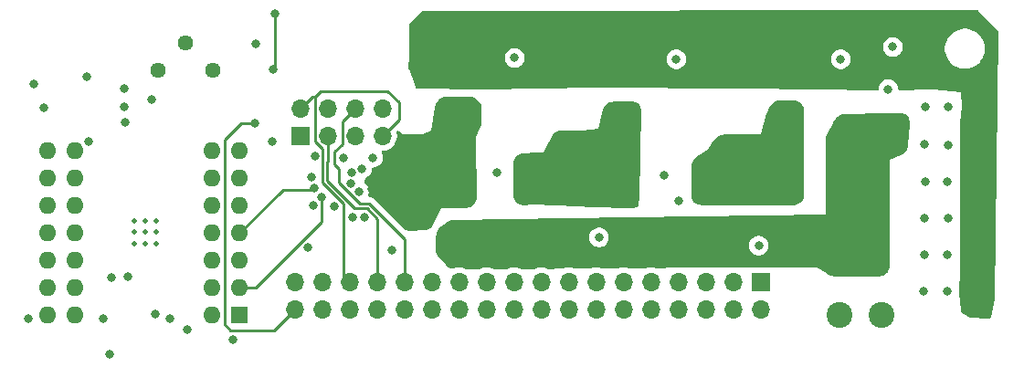
<source format=gbr>
%TF.GenerationSoftware,KiCad,Pcbnew,9.0.1*%
%TF.CreationDate,2025-10-19T14:59:18+02:00*%
%TF.ProjectId,MP6532_board_28-QFN,4d503635-3332-45f6-926f-6172645f3238,rev?*%
%TF.SameCoordinates,Original*%
%TF.FileFunction,Copper,L3,Inr*%
%TF.FilePolarity,Positive*%
%FSLAX46Y46*%
G04 Gerber Fmt 4.6, Leading zero omitted, Abs format (unit mm)*
G04 Created by KiCad (PCBNEW 9.0.1) date 2025-10-19 14:59:18*
%MOMM*%
%LPD*%
G01*
G04 APERTURE LIST*
%TA.AperFunction,ComponentPad*%
%ADD10C,2.400000*%
%TD*%
%TA.AperFunction,ComponentPad*%
%ADD11C,1.440000*%
%TD*%
%TA.AperFunction,ComponentPad*%
%ADD12C,0.500000*%
%TD*%
%TA.AperFunction,ComponentPad*%
%ADD13R,1.700000X1.700000*%
%TD*%
%TA.AperFunction,ComponentPad*%
%ADD14O,1.700000X1.700000*%
%TD*%
%TA.AperFunction,ComponentPad*%
%ADD15R,1.600000X1.600000*%
%TD*%
%TA.AperFunction,ComponentPad*%
%ADD16O,1.600000X1.600000*%
%TD*%
%TA.AperFunction,ViaPad*%
%ADD17C,0.800000*%
%TD*%
%TA.AperFunction,Conductor*%
%ADD18C,0.250000*%
%TD*%
G04 APERTURE END LIST*
D10*
%TO.N,LSS*%
%TO.C,H2*%
X117860000Y-54560000D03*
%TD*%
D11*
%TO.N,GND*%
%TO.C,RV1*%
X55499000Y-48387000D03*
%TO.N,/OCREF*%
X52959000Y-45847000D03*
%TO.N,Net-(R7-Pad1)*%
X50419000Y-48387000D03*
%TD*%
D12*
%TO.N,GND*%
%TO.C,U1*%
X50250000Y-63400000D03*
X49200000Y-63400000D03*
X49200000Y-64450000D03*
X50250000Y-64450000D03*
X49200000Y-62350000D03*
X48150000Y-64450000D03*
X50250000Y-62350000D03*
X48150000Y-63400000D03*
X48150000Y-62350000D03*
%TD*%
D10*
%TO.N,GND*%
%TO.C,H5*%
X113538000Y-71125000D03*
%TD*%
D13*
%TO.N,/HA*%
%TO.C,J1*%
X63560000Y-54500000D03*
D14*
%TO.N,HAIN*%
X63560000Y-51960000D03*
%TO.N,HBIN*%
X66100000Y-54500000D03*
%TO.N,/HB*%
X66100000Y-51960000D03*
%TO.N,/HC*%
X68640000Y-54500000D03*
%TO.N,HCIN*%
X68640000Y-51960000D03*
%TO.N,HAIN*%
X71180000Y-54500000D03*
%TO.N,/HA*%
X71180000Y-51960000D03*
%TD*%
D15*
%TO.N,/VREG*%
%TO.C,U2*%
X57912000Y-71120000D03*
D16*
%TO.N,/BSTA*%
X55372000Y-71120000D03*
%TO.N,HAS*%
X57912000Y-68580000D03*
%TO.N,/GHA*%
X55372000Y-68580000D03*
%TO.N,/GLA*%
X57912000Y-66040000D03*
%TO.N,/BSTB*%
X55372000Y-66040000D03*
%TO.N,HBS*%
X57912000Y-63500000D03*
%TO.N,/GHB*%
X55372000Y-63500000D03*
%TO.N,/GLB*%
X57912000Y-60960000D03*
%TO.N,/BSTC*%
X55372000Y-60960000D03*
%TO.N,HCS*%
X57912000Y-58420000D03*
%TO.N,/GHC*%
X55372000Y-58420000D03*
%TO.N,/GLC*%
X57912000Y-55880000D03*
%TO.N,LSS*%
X55372000Y-55880000D03*
%TO.N,Net-(C9-Pad1)*%
X42672000Y-55880000D03*
%TO.N,Net-(C8-Pad1)*%
X40132000Y-55880000D03*
%TO.N,Net-(C7-Pad1)*%
X42672000Y-58420000D03*
%TO.N,/nBRAKE*%
X40132000Y-58420000D03*
%TO.N,/PWM*%
X42672000Y-60960000D03*
%TO.N,/DIR*%
X40132000Y-60960000D03*
%TO.N,/nFAULT*%
X42672000Y-63500000D03*
%TO.N,/nSLEEP*%
X40132000Y-63500000D03*
%TO.N,/OCREF*%
X42672000Y-66040000D03*
%TO.N,/DT*%
X40132000Y-66040000D03*
%TO.N,GND*%
X42672000Y-68580000D03*
%TO.N,VIN*%
X40132000Y-68580000D03*
%TO.N,/CPA*%
X42672000Y-71120000D03*
%TO.N,/CPB*%
X40132000Y-71120000D03*
%TD*%
D10*
%TO.N,LSS*%
%TO.C,H1*%
X113970000Y-54570000D03*
%TD*%
D13*
%TO.N,GND*%
%TO.C,J2*%
X106235000Y-68030000D03*
D14*
X106235000Y-70570000D03*
X103695000Y-68030000D03*
X103695000Y-70570000D03*
%TO.N,Net-(J2-Pad5)*%
X101155000Y-68030000D03*
%TO.N,GND*%
X101155000Y-70570000D03*
%TO.N,HCS*%
X98615000Y-68030000D03*
X98615000Y-70570000D03*
X96075000Y-68030000D03*
X96075000Y-70570000D03*
%TO.N,HBS*%
X93535000Y-68030000D03*
X93535000Y-70570000D03*
X90995000Y-68030000D03*
X90995000Y-70570000D03*
%TO.N,VIN*%
X88455000Y-68030000D03*
X88455000Y-70570000D03*
X85915000Y-68030000D03*
X85915000Y-70570000D03*
X83375000Y-68030000D03*
X83375000Y-70570000D03*
%TO.N,HAS*%
X80835000Y-68030000D03*
X80835000Y-70570000D03*
X78295000Y-68030000D03*
X78295000Y-70570000D03*
%TO.N,GND*%
X75755000Y-68030000D03*
X75755000Y-70570000D03*
%TO.N,HCIN*%
X73215000Y-68030000D03*
%TO.N,Net-(J2-Pad28)*%
X73215000Y-70570000D03*
%TO.N,HBIN*%
X70675000Y-68030000D03*
%TO.N,/nFAULT*%
X70675000Y-70570000D03*
%TO.N,HAIN*%
X68135000Y-68030000D03*
%TO.N,/PWM*%
X68135000Y-70570000D03*
%TO.N,Net-(J2-Pad33)*%
X65595000Y-68030000D03*
%TO.N,Net-(J2-Pad34)*%
X65595000Y-70570000D03*
%TO.N,5V*%
X63055000Y-68030000D03*
X63055000Y-70570000D03*
%TD*%
D10*
%TO.N,GND*%
%TO.C,H6*%
X117478000Y-71125000D03*
%TD*%
D17*
%TO.N,HAS*%
X77547989Y-52147989D03*
X72710000Y-61410000D03*
X71460000Y-58980000D03*
X75008680Y-55958680D03*
X77470000Y-57150000D03*
X76200000Y-59690000D03*
X65533884Y-60203063D03*
X74930000Y-59690000D03*
X78740000Y-58420000D03*
X74930000Y-58420000D03*
X77470000Y-59690000D03*
X76200000Y-57150000D03*
X78740000Y-59690000D03*
X70178176Y-59382112D03*
X78740000Y-57150000D03*
X77470000Y-58420000D03*
X77470000Y-55880000D03*
X76200000Y-55880000D03*
X72690000Y-58340000D03*
X74340000Y-62110000D03*
X77470000Y-53340000D03*
X71190000Y-60430000D03*
X72390000Y-59690000D03*
X76200000Y-58420000D03*
X78740000Y-55880000D03*
X74930000Y-57150000D03*
%TO.N,GND*%
X121390000Y-62090000D03*
X121440000Y-55290000D03*
X50100394Y-71024992D03*
X72070000Y-65040000D03*
X121420000Y-65510000D03*
X39780000Y-51830000D03*
X121330000Y-68900000D03*
X43770000Y-49000000D03*
X64285000Y-64860002D03*
X121470000Y-58700000D03*
X123530000Y-68900000D03*
X45900000Y-74700000D03*
X123590000Y-51820000D03*
X123530000Y-65480000D03*
X123570000Y-58700000D03*
X123620000Y-62150000D03*
X123610000Y-55320000D03*
X121470000Y-51750000D03*
X53100000Y-72400000D03*
%TO.N,LSS*%
X115600000Y-60000000D03*
X109460000Y-65260000D03*
X94550000Y-63960000D03*
X115500000Y-57200000D03*
X79355000Y-64755000D03*
X113660000Y-66080000D03*
X115500000Y-65700000D03*
X114500000Y-61100000D03*
X114400000Y-63400000D03*
X113300000Y-57000000D03*
X94580000Y-64980000D03*
X114500000Y-58700000D03*
X115600000Y-62300000D03*
X79370000Y-63660000D03*
X115600000Y-64500000D03*
X112180000Y-66120000D03*
X109460000Y-64240000D03*
%TO.N,VIN*%
X97790000Y-44450000D03*
X92710000Y-48260000D03*
X109220000Y-48260000D03*
X106680000Y-44450000D03*
X126850000Y-63080000D03*
X120200000Y-49200000D03*
X91440000Y-45720000D03*
X76200000Y-46990000D03*
X91440000Y-48260000D03*
X93980000Y-44450000D03*
X77470000Y-48260000D03*
X93980000Y-48260000D03*
X114300000Y-44450000D03*
X78740000Y-44450000D03*
X90170000Y-45720000D03*
X126850000Y-54690000D03*
X107950000Y-45720000D03*
X126850000Y-66520000D03*
X93980000Y-45720000D03*
X106680000Y-45720000D03*
X122030000Y-44160000D03*
X123680000Y-49530000D03*
X126380000Y-49720000D03*
X90170000Y-48260000D03*
X122570000Y-49200000D03*
X86360000Y-44450000D03*
X121460000Y-45810000D03*
X90170000Y-46990000D03*
X121390000Y-49200000D03*
X74930000Y-44450000D03*
X74930000Y-45720000D03*
X78740000Y-45720000D03*
X82550000Y-44450000D03*
X107950000Y-44450000D03*
X111760000Y-44450000D03*
X126820000Y-59580000D03*
X91440000Y-46990000D03*
X74930000Y-48260000D03*
X76200000Y-48260000D03*
X109220000Y-46990000D03*
X74930000Y-46990000D03*
X113030000Y-44450000D03*
X125030000Y-49770000D03*
X105410000Y-44450000D03*
X93980000Y-46990000D03*
X101600000Y-44450000D03*
X78740000Y-46990000D03*
X77470000Y-46990000D03*
X126820000Y-55990000D03*
X126850000Y-69730000D03*
X126790000Y-58010000D03*
X126790000Y-52840000D03*
X126790000Y-61490000D03*
X99060000Y-44450000D03*
X91440000Y-44450000D03*
X83820000Y-44450000D03*
X85090000Y-44450000D03*
X121480000Y-47350000D03*
X105410000Y-48260000D03*
X92710000Y-44450000D03*
X105410000Y-46990000D03*
X92710000Y-46990000D03*
X78740000Y-48260000D03*
X100330000Y-44450000D03*
X106680000Y-48260000D03*
X126850000Y-51530000D03*
X109220000Y-44450000D03*
X77470000Y-45720000D03*
X105410000Y-45720000D03*
X126850000Y-68200000D03*
X106680000Y-46990000D03*
X92710000Y-45720000D03*
X109220000Y-45720000D03*
X77470000Y-44450000D03*
X76200000Y-44450000D03*
X90170000Y-44450000D03*
X107950000Y-46990000D03*
X76200000Y-45720000D03*
X115570000Y-44450000D03*
X107950000Y-48260000D03*
X126820000Y-64900000D03*
%TO.N,Net-(C4-Pad2)*%
X91260000Y-63890000D03*
X98620000Y-60490000D03*
%TO.N,HBS*%
X93980000Y-59690000D03*
X91440000Y-59690000D03*
X91440000Y-55880000D03*
X64840000Y-59340000D03*
X92710000Y-59690000D03*
X93980000Y-58420000D03*
X69024174Y-59614559D03*
X92710000Y-58420000D03*
X93980000Y-55880000D03*
X93980000Y-57150000D03*
X91440000Y-58420000D03*
X90170000Y-57150000D03*
X90170000Y-59690000D03*
X92710000Y-55880000D03*
X92710000Y-53984500D03*
X92710000Y-57150000D03*
X92710000Y-52070000D03*
X90170000Y-58420000D03*
X90170000Y-55880000D03*
X91440000Y-57150000D03*
%TO.N,HCS*%
X101600000Y-59690000D03*
X105410000Y-57150000D03*
X106680000Y-57150000D03*
X101600000Y-58420000D03*
X105410000Y-55880000D03*
X109220000Y-58420000D03*
X109220000Y-55880000D03*
X68291799Y-58934388D03*
X107950000Y-53340000D03*
X102870000Y-59690000D03*
X105410000Y-59690000D03*
X107950000Y-57150000D03*
X101600000Y-57150000D03*
X109220000Y-59690000D03*
X109220000Y-57150000D03*
X106680000Y-58420000D03*
X107950000Y-52070000D03*
X107950000Y-55880000D03*
X102870000Y-55880000D03*
X102870000Y-58420000D03*
X106680000Y-59690000D03*
X107950000Y-59690000D03*
X107950000Y-58420000D03*
X106680000Y-55880000D03*
X102870000Y-57150000D03*
X64600000Y-58300000D03*
X105410000Y-58420000D03*
%TO.N,Net-(C6-Pad2)*%
X118067500Y-50150000D03*
X106060000Y-64660000D03*
%TO.N,Net-(D7-Pad2)*%
X61260000Y-43120000D03*
X61025000Y-48315000D03*
%TO.N,/GHA*%
X83439000Y-47244000D03*
%TO.N,/GLA*%
X69520000Y-62010500D03*
X81788000Y-57912000D03*
X66757477Y-61028667D03*
%TO.N,/GHB*%
X98425000Y-47371000D03*
X67573089Y-56554500D03*
X70300000Y-56500000D03*
%TO.N,/GLB*%
X64780000Y-60960000D03*
X68460000Y-62010500D03*
X97282000Y-58166000D03*
%TO.N,/GHC*%
X113665000Y-47371000D03*
X64919001Y-56378586D03*
X69301665Y-57499855D03*
%TO.N,/GLC*%
X68325214Y-57876374D03*
X60970000Y-54980000D03*
X118491000Y-46228000D03*
%TO.N,/HA*%
X47310000Y-53260000D03*
%TO.N,/HB*%
X47260000Y-50080000D03*
%TO.N,/HC*%
X47280000Y-51750000D03*
X49780000Y-51140000D03*
%TO.N,/nBRAKE*%
X46100000Y-67600000D03*
%TO.N,/DIR*%
X57300000Y-73400000D03*
%TO.N,/nFAULT*%
X59410000Y-45980000D03*
X38867700Y-49677700D03*
%TO.N,/nSLEEP*%
X47600000Y-67500000D03*
X51500000Y-71400000D03*
%TO.N,/DT*%
X38400000Y-71440000D03*
%TO.N,5V*%
X59370000Y-53310000D03*
%TO.N,Net-(C7-Pad1)*%
X43940000Y-55020000D03*
%TO.N,Net-(J2-Pad33)*%
X45300000Y-71400000D03*
%TD*%
D18*
%TO.N,HAS*%
X57912000Y-68580000D02*
X59420000Y-68580000D01*
X59420000Y-68580000D02*
X65533884Y-62466116D01*
X65533884Y-62466116D02*
X65533884Y-60203063D01*
%TO.N,HBS*%
X64720000Y-59460000D02*
X64840000Y-59340000D01*
X57912000Y-63500000D02*
X61952000Y-59460000D01*
X61952000Y-59460000D02*
X64720000Y-59460000D01*
%TO.N,HAIN*%
X65600000Y-56722185D02*
X65643501Y-56678684D01*
X64695000Y-50825000D02*
X64925000Y-50825000D01*
X64925000Y-54986701D02*
X64925000Y-50825000D01*
X65600000Y-56034987D02*
X65600000Y-55661701D01*
X65450000Y-50300000D02*
X71600000Y-50300000D01*
X72700000Y-51400000D02*
X72700000Y-52980000D01*
X67537457Y-60782019D02*
X65600000Y-58844562D01*
X63560000Y-51960000D02*
X64695000Y-50825000D01*
X68135000Y-68030000D02*
X67835081Y-68030000D01*
X64925000Y-50825000D02*
X65450000Y-50300000D01*
X67835081Y-68030000D02*
X67537457Y-67732376D01*
X65600000Y-55661701D02*
X64925000Y-54986701D01*
X67537457Y-67732376D02*
X67537457Y-60782019D01*
X65643501Y-56078488D02*
X65600000Y-56034987D01*
X65643501Y-56678684D02*
X65643501Y-56078488D01*
X71600000Y-50300000D02*
X72700000Y-51400000D01*
X72700000Y-52980000D02*
X71180000Y-54500000D01*
X65600000Y-58844562D02*
X65600000Y-56722185D01*
%TO.N,HBIN*%
X68610050Y-61218922D02*
X66049501Y-58658373D01*
X70675000Y-68030000D02*
X70739000Y-67966000D01*
X70739000Y-62199000D02*
X69758922Y-61218922D01*
X69758922Y-61218922D02*
X68610050Y-61218922D01*
X66100000Y-56824621D02*
X66100000Y-54500000D01*
X66049501Y-56875120D02*
X66100000Y-56824621D01*
X66049501Y-58658373D02*
X66049501Y-56875120D01*
X70739000Y-67966000D02*
X70739000Y-62199000D01*
%TO.N,HCIN*%
X67162702Y-58842702D02*
X69089421Y-60769421D01*
X73215000Y-64039310D02*
X73215000Y-68030000D01*
X67465000Y-53135000D02*
X67465000Y-55235000D01*
X66738007Y-57083501D02*
X67162702Y-57508196D01*
X69945111Y-60769421D02*
X73215000Y-64039310D01*
X67465000Y-55235000D02*
X66738007Y-55961993D01*
X66738007Y-55961993D02*
X66738007Y-57083501D01*
X68640000Y-51960000D02*
X67465000Y-53135000D01*
X67162702Y-57508196D02*
X67162702Y-58842702D01*
X69089421Y-60769421D02*
X69945111Y-60769421D01*
%TO.N,Net-(D7-Pad2)*%
X61260000Y-48080000D02*
X61025000Y-48315000D01*
X61260000Y-43120000D02*
X61260000Y-48080000D01*
%TO.N,5V*%
X56555000Y-71965000D02*
X57090000Y-72500000D01*
X56555000Y-54845000D02*
X56555000Y-71965000D01*
X57090000Y-72500000D02*
X61125000Y-72500000D01*
X59370000Y-53310000D02*
X58090000Y-53310000D01*
X61125000Y-72500000D02*
X63055000Y-70570000D01*
X58090000Y-53310000D02*
X56555000Y-54845000D01*
%TD*%
%TA.AperFunction,Conductor*%
%TO.N,LSS*%
G36*
X119173329Y-52366500D02*
G01*
X119362676Y-52381113D01*
X119388657Y-52385897D01*
X119570802Y-52439704D01*
X119583268Y-52444111D01*
X119662606Y-52476940D01*
X119676945Y-52483970D01*
X119780021Y-52542892D01*
X119805490Y-52562105D01*
X119884675Y-52639387D01*
X119904503Y-52664385D01*
X119961731Y-52759074D01*
X119974646Y-52788255D01*
X120008558Y-52902027D01*
X120012143Y-52917605D01*
X120050929Y-53153839D01*
X120051888Y-53160934D01*
X120062758Y-53263193D01*
X120063460Y-53277486D01*
X120062665Y-53380299D01*
X120062407Y-53387452D01*
X119938505Y-55304298D01*
X119936925Y-55317636D01*
X119904105Y-55507478D01*
X119896749Y-55533272D01*
X119827024Y-55705599D01*
X119814374Y-55729251D01*
X119709751Y-55882918D01*
X119692382Y-55903357D01*
X119557601Y-56031400D01*
X119536298Y-56047699D01*
X119371698Y-56147820D01*
X119359869Y-56154178D01*
X118200000Y-56699999D01*
X118200000Y-66493812D01*
X118199393Y-66506163D01*
X118182001Y-66682738D01*
X118177183Y-66706962D01*
X118127482Y-66870808D01*
X118118029Y-66893629D01*
X118037318Y-67044627D01*
X118023595Y-67065165D01*
X117914979Y-67197514D01*
X117897514Y-67214979D01*
X117765165Y-67323595D01*
X117744627Y-67337318D01*
X117593629Y-67418029D01*
X117570808Y-67427482D01*
X117406962Y-67477183D01*
X117382738Y-67482001D01*
X117234273Y-67496624D01*
X117206161Y-67499393D01*
X117193813Y-67500000D01*
X113084597Y-67500000D01*
X113073190Y-67499483D01*
X113057932Y-67498096D01*
X112909962Y-67484644D01*
X112887523Y-67480530D01*
X112735182Y-67438046D01*
X112713851Y-67429953D01*
X112566510Y-67358182D01*
X112556482Y-67352722D01*
X112328729Y-67214979D01*
X111638867Y-66797757D01*
X111638862Y-66797754D01*
X111638859Y-66797752D01*
X111638858Y-66797751D01*
X111409942Y-66659306D01*
X111400000Y-66653293D01*
X111399998Y-66653292D01*
X99719943Y-66659305D01*
X98888279Y-66695297D01*
X98863121Y-66693864D01*
X98761514Y-66677771D01*
X98721916Y-66671500D01*
X98508084Y-66671500D01*
X98296884Y-66704951D01*
X98256613Y-66718035D01*
X98223129Y-66724083D01*
X96721236Y-66789080D01*
X96719940Y-66789130D01*
X96701256Y-66789746D01*
X96698663Y-66789804D01*
X96680158Y-66790033D01*
X96678860Y-66790043D01*
X96664371Y-66790073D01*
X96606906Y-66776339D01*
X96596489Y-66771031D01*
X96596485Y-66771029D01*
X96596483Y-66771028D01*
X96596480Y-66771027D01*
X96596478Y-66771026D01*
X96393120Y-66704952D01*
X96393123Y-66704952D01*
X96332163Y-66695297D01*
X96181916Y-66671500D01*
X95968084Y-66671500D01*
X95756884Y-66704951D01*
X95756878Y-66704952D01*
X95553520Y-66771026D01*
X95553514Y-66771028D01*
X95538285Y-66778788D01*
X95481348Y-66792519D01*
X94134640Y-66795305D01*
X94077177Y-66781572D01*
X94056490Y-66771031D01*
X94056478Y-66771026D01*
X93853120Y-66704952D01*
X93853123Y-66704952D01*
X93792163Y-66695297D01*
X93641916Y-66671500D01*
X93428084Y-66671500D01*
X93292876Y-66692914D01*
X93216876Y-66704952D01*
X93216875Y-66704953D01*
X93013523Y-66771024D01*
X93013520Y-66771025D01*
X92987935Y-66784062D01*
X92930995Y-66797794D01*
X91604908Y-66800537D01*
X91547446Y-66786804D01*
X91516483Y-66771028D01*
X91516480Y-66771027D01*
X91516478Y-66771026D01*
X91313120Y-66704952D01*
X91313123Y-66704952D01*
X91252163Y-66695297D01*
X91101916Y-66671500D01*
X90888084Y-66671500D01*
X90752876Y-66692914D01*
X90676876Y-66704952D01*
X90676875Y-66704953D01*
X90473523Y-66771024D01*
X90473516Y-66771027D01*
X90437584Y-66789336D01*
X90380643Y-66803069D01*
X89075177Y-66805769D01*
X89017714Y-66792036D01*
X88976490Y-66771031D01*
X88976478Y-66771026D01*
X88773120Y-66704952D01*
X88773123Y-66704952D01*
X88712163Y-66695297D01*
X88561916Y-66671500D01*
X88348084Y-66671500D01*
X88212876Y-66692914D01*
X88136876Y-66704952D01*
X88136875Y-66704953D01*
X87933523Y-66771024D01*
X87933521Y-66771025D01*
X87887231Y-66794611D01*
X87874138Y-66797768D01*
X87865780Y-66803165D01*
X87830292Y-66808343D01*
X87744355Y-66808522D01*
X87744354Y-66808522D01*
X86545445Y-66811001D01*
X86487982Y-66797268D01*
X86436483Y-66771028D01*
X86436480Y-66771027D01*
X86436478Y-66771026D01*
X86233120Y-66704952D01*
X86233123Y-66704952D01*
X86172163Y-66695297D01*
X86021916Y-66671500D01*
X85808084Y-66671500D01*
X85672876Y-66692914D01*
X85596876Y-66704952D01*
X85596875Y-66704953D01*
X85393523Y-66771024D01*
X85393521Y-66771025D01*
X85336878Y-66799886D01*
X85279938Y-66813618D01*
X84015714Y-66816233D01*
X83958251Y-66802500D01*
X83896483Y-66771028D01*
X83896480Y-66771027D01*
X83693120Y-66704952D01*
X83693123Y-66704952D01*
X83632163Y-66695297D01*
X83481916Y-66671500D01*
X83268084Y-66671500D01*
X83132876Y-66692914D01*
X83056876Y-66704952D01*
X83056875Y-66704953D01*
X82853523Y-66771024D01*
X82853516Y-66771027D01*
X82786527Y-66805160D01*
X82729586Y-66818893D01*
X81485983Y-66821465D01*
X81428519Y-66807732D01*
X81356477Y-66771025D01*
X81356476Y-66771024D01*
X81153124Y-66704953D01*
X81153123Y-66704952D01*
X81092163Y-66695297D01*
X80941916Y-66671500D01*
X80728084Y-66671500D01*
X80516884Y-66704951D01*
X80516878Y-66704952D01*
X80313521Y-66771026D01*
X80313514Y-66771029D01*
X80236173Y-66810436D01*
X80179233Y-66824168D01*
X78956250Y-66826697D01*
X78898787Y-66812964D01*
X78816483Y-66771028D01*
X78816480Y-66771027D01*
X78613120Y-66704952D01*
X78613123Y-66704952D01*
X78552163Y-66695297D01*
X78401916Y-66671500D01*
X78188084Y-66671500D01*
X78052876Y-66692914D01*
X77976876Y-66704952D01*
X77976875Y-66704953D01*
X77773523Y-66771024D01*
X77773520Y-66771025D01*
X77723354Y-66796586D01*
X77705057Y-66800021D01*
X77688403Y-66808338D01*
X77654500Y-66809515D01*
X77653577Y-66809689D01*
X77652561Y-66809583D01*
X77638730Y-66808082D01*
X77626899Y-66806798D01*
X77599846Y-66800797D01*
X77418071Y-66738842D01*
X77392985Y-66727073D01*
X77356811Y-66704952D01*
X77320486Y-66682738D01*
X77229145Y-66626881D01*
X77207238Y-66609912D01*
X77064246Y-66471474D01*
X77054823Y-66461288D01*
X76325730Y-65580404D01*
X76318634Y-65570963D01*
X76223256Y-65430838D01*
X76211864Y-65410175D01*
X76146652Y-65260171D01*
X76139313Y-65237749D01*
X76105954Y-65090337D01*
X76103211Y-65078217D01*
X76100182Y-65054818D01*
X76094249Y-64885423D01*
X76094389Y-64873614D01*
X76157511Y-63800518D01*
X90351500Y-63800518D01*
X90351500Y-63800521D01*
X90351500Y-63979479D01*
X90386413Y-64155000D01*
X90454898Y-64320336D01*
X90554322Y-64469135D01*
X90680865Y-64595678D01*
X90829664Y-64695102D01*
X90995000Y-64763587D01*
X91170521Y-64798500D01*
X91170522Y-64798500D01*
X91349478Y-64798500D01*
X91349479Y-64798500D01*
X91525000Y-64763587D01*
X91690336Y-64695102D01*
X91839135Y-64595678D01*
X91864295Y-64570518D01*
X105151500Y-64570518D01*
X105151500Y-64749481D01*
X105161251Y-64798500D01*
X105186413Y-64925000D01*
X105254898Y-65090336D01*
X105354322Y-65239135D01*
X105480865Y-65365678D01*
X105629664Y-65465102D01*
X105795000Y-65533587D01*
X105970521Y-65568500D01*
X105970522Y-65568500D01*
X106149478Y-65568500D01*
X106149479Y-65568500D01*
X106325000Y-65533587D01*
X106490336Y-65465102D01*
X106639135Y-65365678D01*
X106765678Y-65239135D01*
X106865102Y-65090336D01*
X106933587Y-64925000D01*
X106968500Y-64749479D01*
X106968500Y-64570521D01*
X106933587Y-64395000D01*
X106865102Y-64229664D01*
X106765678Y-64080865D01*
X106639135Y-63954322D01*
X106490336Y-63854898D01*
X106359062Y-63800522D01*
X106325003Y-63786414D01*
X106325001Y-63786413D01*
X106325000Y-63786413D01*
X106236645Y-63768838D01*
X106149481Y-63751500D01*
X106149479Y-63751500D01*
X105970521Y-63751500D01*
X105970518Y-63751500D01*
X105839771Y-63777507D01*
X105795000Y-63786413D01*
X105794999Y-63786413D01*
X105794996Y-63786414D01*
X105629662Y-63854899D01*
X105480869Y-63954319D01*
X105480862Y-63954324D01*
X105354324Y-64080862D01*
X105354319Y-64080869D01*
X105254899Y-64229662D01*
X105186414Y-64394996D01*
X105151500Y-64570518D01*
X91864295Y-64570518D01*
X91965678Y-64469135D01*
X92065102Y-64320336D01*
X92133587Y-64155000D01*
X92168500Y-63979479D01*
X92168500Y-63800521D01*
X92133587Y-63625000D01*
X92065102Y-63459664D01*
X91965678Y-63310865D01*
X91839135Y-63184322D01*
X91690336Y-63084898D01*
X91573429Y-63036473D01*
X91525003Y-63016414D01*
X91525001Y-63016413D01*
X91525000Y-63016413D01*
X91436645Y-62998838D01*
X91349481Y-62981500D01*
X91349479Y-62981500D01*
X91170521Y-62981500D01*
X91170518Y-62981500D01*
X91039771Y-63007507D01*
X90995000Y-63016413D01*
X90994999Y-63016413D01*
X90994996Y-63016414D01*
X90829662Y-63084899D01*
X90680869Y-63184319D01*
X90680862Y-63184324D01*
X90554324Y-63310862D01*
X90554319Y-63310869D01*
X90454899Y-63459662D01*
X90386414Y-63624996D01*
X90351500Y-63800518D01*
X76157511Y-63800518D01*
X76168183Y-63619098D01*
X76169407Y-63607506D01*
X76194748Y-63441611D01*
X76200396Y-63418964D01*
X76253979Y-63266142D01*
X76263711Y-63244925D01*
X76344582Y-63104619D01*
X76358062Y-63085566D01*
X76463437Y-62962605D01*
X76480206Y-62946362D01*
X76611048Y-62841287D01*
X76620483Y-62834403D01*
X77240991Y-62424495D01*
X77251238Y-62418404D01*
X77402599Y-62337874D01*
X77424625Y-62328714D01*
X77582720Y-62279939D01*
X77606077Y-62275097D01*
X77776529Y-62256348D01*
X77788411Y-62255610D01*
X88242349Y-62101821D01*
X112280164Y-61748200D01*
X112271562Y-56700000D01*
X112268422Y-54857755D01*
X112269271Y-54842954D01*
X112293966Y-54631428D01*
X112300842Y-54602601D01*
X112374284Y-54402699D01*
X112380207Y-54389110D01*
X112948695Y-53270000D01*
X113074093Y-53023142D01*
X113080929Y-53011319D01*
X113188022Y-52847306D01*
X113205315Y-52826219D01*
X113340282Y-52693900D01*
X113361708Y-52677028D01*
X113521981Y-52576852D01*
X113546531Y-52564986D01*
X113724621Y-52501635D01*
X113751126Y-52495336D01*
X113945519Y-52470929D01*
X113959106Y-52469967D01*
X114209360Y-52465845D01*
X117594194Y-52410096D01*
X117594318Y-52410093D01*
X117600000Y-52410000D01*
X117605792Y-52409837D01*
X117605804Y-52409837D01*
X119160098Y-52366177D01*
X119173329Y-52366500D01*
G37*
%TD.AperFunction*%
%TD*%
%TA.AperFunction,Conductor*%
%TO.N,HBS*%
G36*
X94447059Y-51307818D02*
G01*
X94583221Y-51323184D01*
X94611093Y-51329597D01*
X94733460Y-51372871D01*
X94759172Y-51385408D01*
X94868621Y-51455166D01*
X94890843Y-51473181D01*
X94981736Y-51565829D01*
X94999322Y-51588391D01*
X95066974Y-51699154D01*
X95079017Y-51725102D01*
X95119940Y-51848267D01*
X95125821Y-51876263D01*
X95138579Y-52012680D01*
X95139100Y-52026997D01*
X94969336Y-60304774D01*
X94961611Y-60681382D01*
X94960142Y-60698151D01*
X94944946Y-60795913D01*
X94935409Y-60828120D01*
X94898404Y-60910633D01*
X94880696Y-60939176D01*
X94823210Y-61008975D01*
X94798589Y-61031826D01*
X94724698Y-61083960D01*
X94694915Y-61099494D01*
X94601875Y-61133146D01*
X94585699Y-61137801D01*
X94361569Y-61186360D01*
X94353769Y-61187794D01*
X94241157Y-61204861D01*
X94225364Y-61206246D01*
X94111491Y-61209037D01*
X94103561Y-61208982D01*
X90748375Y-61079937D01*
X87389823Y-60950761D01*
X87388612Y-60950708D01*
X87371211Y-60949871D01*
X87368796Y-60949732D01*
X87351355Y-60948557D01*
X87350141Y-60948469D01*
X86601870Y-60890796D01*
X85852017Y-60833000D01*
X85852002Y-60833000D01*
X85852000Y-60833000D01*
X85844816Y-60833359D01*
X85786027Y-60836297D01*
X85785990Y-60836300D01*
X84954848Y-60877857D01*
X84365709Y-60907313D01*
X84352971Y-60907305D01*
X84170439Y-60897955D01*
X84145289Y-60894094D01*
X83974560Y-60849868D01*
X83950698Y-60841033D01*
X83941042Y-60836300D01*
X83792334Y-60763407D01*
X83770735Y-60749958D01*
X83631195Y-60642098D01*
X83612741Y-60624588D01*
X83497711Y-60490886D01*
X83483151Y-60470023D01*
X83397334Y-60315947D01*
X83387260Y-60292580D01*
X83334147Y-60124398D01*
X83328974Y-60099486D01*
X83310071Y-59917699D01*
X83309395Y-59904978D01*
X83302409Y-57075837D01*
X83302962Y-57063767D01*
X83319257Y-56890529D01*
X83323829Y-56866756D01*
X83371247Y-56705688D01*
X83380281Y-56683238D01*
X83457642Y-56534212D01*
X83470806Y-56513903D01*
X83575252Y-56382431D01*
X83592047Y-56365027D01*
X83719724Y-56255963D01*
X83739547Y-56242088D01*
X83885719Y-56159475D01*
X83907845Y-56149643D01*
X84067115Y-56096525D01*
X84090713Y-56091107D01*
X84263265Y-56068655D01*
X84275309Y-56067674D01*
X85451767Y-56028683D01*
X85822175Y-56016407D01*
X85822175Y-56016406D01*
X85873115Y-56014718D01*
X85873115Y-56014717D01*
X86106000Y-56007000D01*
X86360000Y-55499000D01*
X86843011Y-54532976D01*
X86848673Y-54522850D01*
X86936696Y-54381166D01*
X86950703Y-54362671D01*
X87059292Y-54243850D01*
X87076457Y-54228237D01*
X87204998Y-54131361D01*
X87224737Y-54119162D01*
X87296804Y-54083339D01*
X87368867Y-54047518D01*
X87390520Y-54039143D01*
X87545349Y-53995159D01*
X87568154Y-53990902D01*
X87734241Y-53975536D01*
X87745849Y-53975000D01*
X89280987Y-53975000D01*
X89281000Y-53975000D01*
X89772163Y-53942255D01*
X90459073Y-53896462D01*
X90459074Y-53896461D01*
X91186000Y-53848000D01*
X91630188Y-52071244D01*
X91633615Y-52059855D01*
X91690663Y-51898421D01*
X91700682Y-51876826D01*
X91784065Y-51734214D01*
X91797973Y-51714888D01*
X91906714Y-51590525D01*
X91924016Y-51574158D01*
X92054226Y-51472494D01*
X92074300Y-51459678D01*
X92221321Y-51384346D01*
X92243446Y-51375540D01*
X92402029Y-51329233D01*
X92425409Y-51324752D01*
X92595828Y-51308565D01*
X92607742Y-51308000D01*
X93725913Y-51308000D01*
X93726000Y-51308000D01*
X94432787Y-51307024D01*
X94447059Y-51307818D01*
G37*
%TD.AperFunction*%
%TD*%
%TA.AperFunction,Conductor*%
%TO.N,HAS*%
G36*
X79284288Y-50826157D02*
G01*
X79297267Y-50826942D01*
X79483058Y-50847853D01*
X79508479Y-50853419D01*
X79679770Y-50909994D01*
X79703504Y-50920663D01*
X79781515Y-50965946D01*
X79859522Y-51011227D01*
X79880561Y-51026548D01*
X80019512Y-51151615D01*
X80028733Y-51160821D01*
X80129303Y-51272193D01*
X80136651Y-51281123D01*
X80236124Y-51413986D01*
X80248217Y-51433672D01*
X80319182Y-51577251D01*
X80327477Y-51598813D01*
X80371034Y-51752937D01*
X80375252Y-51775651D01*
X80390469Y-51940918D01*
X80391000Y-51952471D01*
X80391000Y-53248192D01*
X80390312Y-53261342D01*
X80370595Y-53449228D01*
X80365135Y-53474955D01*
X80306847Y-53654649D01*
X80302135Y-53666945D01*
X79882999Y-54609999D01*
X79882999Y-54610000D01*
X79885570Y-54827615D01*
X79885570Y-54827634D01*
X79948119Y-60124049D01*
X79947658Y-60136404D01*
X79935458Y-60277347D01*
X79932358Y-60313153D01*
X79927826Y-60337432D01*
X79880073Y-60501835D01*
X79870893Y-60524763D01*
X79791987Y-60676694D01*
X79778510Y-60697391D01*
X79671484Y-60831009D01*
X79654229Y-60848679D01*
X79523197Y-60958850D01*
X79502827Y-60972815D01*
X79352815Y-61055313D01*
X79330111Y-61065036D01*
X79166896Y-61116683D01*
X79142733Y-61121791D01*
X78966386Y-61141293D01*
X78954045Y-61142047D01*
X77233196Y-61162656D01*
X77233192Y-61162656D01*
X76620000Y-61169999D01*
X76348242Y-61718898D01*
X75876285Y-62672154D01*
X75869662Y-62683904D01*
X75765753Y-62847156D01*
X75748940Y-62868207D01*
X75617490Y-63000805D01*
X75596587Y-63017800D01*
X75439951Y-63119424D01*
X75415913Y-63131587D01*
X75241254Y-63197591D01*
X75215179Y-63204365D01*
X75023752Y-63232726D01*
X75010322Y-63233986D01*
X73752009Y-63284318D01*
X73740396Y-63284247D01*
X73573940Y-63275547D01*
X73550978Y-63272208D01*
X73394604Y-63234497D01*
X73372648Y-63227004D01*
X73259723Y-63176433D01*
X73222127Y-63150533D01*
X70348946Y-60277352D01*
X70348944Y-60277350D01*
X70245186Y-60208021D01*
X70129896Y-60160266D01*
X70056197Y-60145606D01*
X70007507Y-60135921D01*
X70007505Y-60135921D01*
X69980145Y-60135921D01*
X69912024Y-60115919D01*
X69865531Y-60062263D01*
X69855427Y-59991989D01*
X69863736Y-59961702D01*
X69865280Y-59957972D01*
X69897761Y-59879559D01*
X69932674Y-59704038D01*
X69932674Y-59525080D01*
X69897761Y-59349559D01*
X69829276Y-59184223D01*
X69729852Y-59035424D01*
X69603309Y-58908881D01*
X69603241Y-58908836D01*
X69588120Y-58898731D01*
X69542594Y-58844253D01*
X69533748Y-58773809D01*
X69533775Y-58773642D01*
X69591848Y-58427090D01*
X69622832Y-58363216D01*
X69667893Y-58331511D01*
X69732001Y-58304957D01*
X69880800Y-58205533D01*
X70007343Y-58078990D01*
X70106767Y-57930191D01*
X70175252Y-57764855D01*
X70210165Y-57589334D01*
X70210165Y-57534500D01*
X70230167Y-57466379D01*
X70283823Y-57419886D01*
X70336165Y-57408500D01*
X70389478Y-57408500D01*
X70389479Y-57408500D01*
X70565000Y-57373587D01*
X70730336Y-57305102D01*
X70879135Y-57205678D01*
X71005678Y-57079135D01*
X71105102Y-56930336D01*
X71173587Y-56765000D01*
X71208500Y-56589479D01*
X71208500Y-56410521D01*
X71173587Y-56235000D01*
X71105102Y-56069664D01*
X71094970Y-56054501D01*
X71073756Y-55986749D01*
X71092539Y-55918282D01*
X71145356Y-55870839D01*
X71199736Y-55858500D01*
X71286913Y-55858500D01*
X71286916Y-55858500D01*
X71498116Y-55825049D01*
X71701483Y-55758972D01*
X71892009Y-55661894D01*
X72065004Y-55536206D01*
X72216206Y-55385004D01*
X72341894Y-55212009D01*
X72438972Y-55021483D01*
X72505049Y-54818116D01*
X72538500Y-54606916D01*
X72538500Y-54393084D01*
X72505049Y-54181884D01*
X72501680Y-54171518D01*
X72501238Y-54156060D01*
X72495834Y-54141569D01*
X72500244Y-54121291D01*
X72499652Y-54100552D01*
X72507869Y-54086239D01*
X72510925Y-54072195D01*
X72532418Y-54043485D01*
X72542564Y-54033339D01*
X72604876Y-53999313D01*
X72675691Y-54004378D01*
X72712512Y-54025796D01*
X73100000Y-54350000D01*
X73453678Y-54351159D01*
X73453694Y-54351160D01*
X73461308Y-54351184D01*
X73461309Y-54351185D01*
X74116279Y-54353332D01*
X74929998Y-54356000D01*
X74929999Y-54356000D01*
X74929999Y-54355999D01*
X74930000Y-54356000D01*
X75692000Y-53975000D01*
X76047508Y-51841948D01*
X76049399Y-51832744D01*
X76081453Y-51701631D01*
X76087262Y-51683765D01*
X76138467Y-51558846D01*
X76142344Y-51550309D01*
X76260029Y-51314940D01*
X76267798Y-51301535D01*
X76362824Y-51158629D01*
X76382997Y-51135159D01*
X76504215Y-51025000D01*
X76529499Y-51007161D01*
X76673909Y-50929894D01*
X76702791Y-50918754D01*
X76869281Y-50877137D01*
X76884525Y-50874310D01*
X77343168Y-50818179D01*
X77347231Y-50817749D01*
X77406044Y-50812490D01*
X77414199Y-50812028D01*
X77473304Y-50810610D01*
X77477307Y-50810580D01*
X79284288Y-50826157D01*
G37*
%TD.AperFunction*%
%TD*%
%TA.AperFunction,Conductor*%
%TO.N,HCS*%
G36*
X109374953Y-51181607D02*
G01*
X109525620Y-51196446D01*
X109549844Y-51201264D01*
X109688783Y-51243410D01*
X109711601Y-51252861D01*
X109759309Y-51278362D01*
X109839640Y-51321300D01*
X109860178Y-51335023D01*
X109926994Y-51389858D01*
X109972407Y-51427127D01*
X109989872Y-51444592D01*
X110081976Y-51556821D01*
X110095699Y-51577359D01*
X110164136Y-51705395D01*
X110173589Y-51728216D01*
X110215735Y-51867155D01*
X110220553Y-51891379D01*
X110235393Y-52042045D01*
X110236000Y-52054396D01*
X110236000Y-60014681D01*
X110235061Y-60030034D01*
X110214274Y-60199354D01*
X110206848Y-60229146D01*
X110148505Y-60381169D01*
X110134092Y-60408282D01*
X110040714Y-60541675D01*
X110020172Y-60564496D01*
X109897299Y-60671345D01*
X109871846Y-60688520D01*
X109719868Y-60765998D01*
X109705764Y-60772135D01*
X109360967Y-60897724D01*
X109350479Y-60901033D01*
X109197970Y-60941929D01*
X109176324Y-60945749D01*
X109019031Y-60959520D01*
X109008042Y-60960000D01*
X104394000Y-60960000D01*
X101194138Y-60960000D01*
X101187923Y-60959847D01*
X101180898Y-60959500D01*
X101098693Y-60955439D01*
X101086325Y-60954214D01*
X100997980Y-60941039D01*
X100991855Y-60939970D01*
X100464081Y-60834416D01*
X100450132Y-60830786D01*
X100299068Y-60782088D01*
X100272866Y-60770188D01*
X100143027Y-60692228D01*
X100120207Y-60674692D01*
X100011440Y-60569298D01*
X99993195Y-60547043D01*
X99911184Y-60419726D01*
X99898464Y-60393910D01*
X99847480Y-60251298D01*
X99840950Y-60223272D01*
X99822824Y-60065593D01*
X99822000Y-60051203D01*
X99822000Y-57310381D01*
X99822608Y-57298018D01*
X99840037Y-57121251D01*
X99844866Y-57097000D01*
X99894671Y-56933000D01*
X99904143Y-56910160D01*
X99985019Y-56759041D01*
X99998762Y-56738500D01*
X100107602Y-56606076D01*
X100125092Y-56588616D01*
X100262516Y-56476051D01*
X100272446Y-56468701D01*
X101166830Y-55872447D01*
X101166832Y-55872445D01*
X101346000Y-55753000D01*
X101849670Y-54947128D01*
X101858256Y-54935038D01*
X101991615Y-54768954D01*
X102012760Y-54748191D01*
X102181239Y-54617874D01*
X102193477Y-54609513D01*
X102373623Y-54501425D01*
X102383585Y-54496042D01*
X102530216Y-54425148D01*
X102551400Y-54417168D01*
X102702855Y-54375217D01*
X102725148Y-54371157D01*
X102887326Y-54356511D01*
X102898659Y-54356000D01*
X106298999Y-54356000D01*
X106299000Y-54356000D01*
X106648642Y-52724328D01*
X106650856Y-52715556D01*
X106687286Y-52590362D01*
X106693585Y-52573380D01*
X106747621Y-52454707D01*
X106751663Y-52446616D01*
X107154512Y-51708061D01*
X107161576Y-51696615D01*
X107271927Y-51537540D01*
X107289558Y-51517178D01*
X107426227Y-51389853D01*
X107447786Y-51373706D01*
X107608403Y-51278358D01*
X107632901Y-51267164D01*
X107810128Y-51208151D01*
X107836444Y-51202423D01*
X108028929Y-51181721D01*
X108042385Y-51181000D01*
X109362603Y-51181000D01*
X109374953Y-51181607D01*
G37*
%TD.AperFunction*%
%TD*%
%TA.AperFunction,Conductor*%
%TO.N,VIN*%
G36*
X126394780Y-42820002D02*
G01*
X126417125Y-42838298D01*
X126432517Y-42854175D01*
X128243728Y-44722583D01*
X128276781Y-44785417D01*
X128279246Y-44812104D01*
X127920176Y-69647782D01*
X127917478Y-69671957D01*
X127576652Y-71288376D01*
X127543026Y-71350904D01*
X127480933Y-71385327D01*
X127449429Y-71388319D01*
X125676948Y-71332956D01*
X125623465Y-71319174D01*
X125023738Y-71012152D01*
X125015834Y-71005738D01*
X125009525Y-71003654D01*
X124983222Y-70979274D01*
X124853885Y-70819505D01*
X124826570Y-70753973D01*
X124826389Y-70752210D01*
X124723180Y-69671957D01*
X124680690Y-69227230D01*
X124680145Y-69212732D01*
X124730000Y-66719989D01*
X124730000Y-53336202D01*
X124730609Y-53323828D01*
X124880000Y-51810000D01*
X124780000Y-50440000D01*
X124780000Y-50439999D01*
X122241097Y-50189450D01*
X121740000Y-50140000D01*
X121739998Y-50140000D01*
X119106142Y-50226640D01*
X119037401Y-50208888D01*
X118989169Y-50156790D01*
X118976000Y-50100708D01*
X118976000Y-50060522D01*
X118975999Y-50060518D01*
X118973966Y-50050296D01*
X118941087Y-49885000D01*
X118872602Y-49719664D01*
X118773178Y-49570865D01*
X118646635Y-49444322D01*
X118497836Y-49344898D01*
X118380929Y-49296473D01*
X118332503Y-49276414D01*
X118332501Y-49276413D01*
X118332500Y-49276413D01*
X118244145Y-49258838D01*
X118156981Y-49241500D01*
X118156979Y-49241500D01*
X117978021Y-49241500D01*
X117978018Y-49241500D01*
X117847271Y-49267507D01*
X117802500Y-49276413D01*
X117802499Y-49276413D01*
X117802496Y-49276414D01*
X117637162Y-49344899D01*
X117488369Y-49444319D01*
X117488362Y-49444324D01*
X117361824Y-49570862D01*
X117361819Y-49570869D01*
X117262399Y-49719662D01*
X117193914Y-49884996D01*
X117159000Y-50060518D01*
X117159000Y-50161419D01*
X117138998Y-50229540D01*
X117085342Y-50276033D01*
X117030805Y-50287400D01*
X111439896Y-50189998D01*
X104520005Y-50099999D01*
X90830006Y-49969999D01*
X80562231Y-50169956D01*
X80557772Y-50169964D01*
X74366674Y-50071380D01*
X74298880Y-50050296D01*
X74253248Y-49995907D01*
X74250304Y-49988561D01*
X74051851Y-49444319D01*
X73627953Y-48281811D01*
X73620344Y-48236783D01*
X73636417Y-47154518D01*
X82530500Y-47154518D01*
X82530500Y-47154521D01*
X82530500Y-47333479D01*
X82565413Y-47509000D01*
X82633898Y-47674336D01*
X82733322Y-47823135D01*
X82859865Y-47949678D01*
X83008664Y-48049102D01*
X83174000Y-48117587D01*
X83349521Y-48152500D01*
X83349522Y-48152500D01*
X83528478Y-48152500D01*
X83528479Y-48152500D01*
X83704000Y-48117587D01*
X83869336Y-48049102D01*
X84018135Y-47949678D01*
X84144678Y-47823135D01*
X84244102Y-47674336D01*
X84312587Y-47509000D01*
X84347500Y-47333479D01*
X84347500Y-47281518D01*
X97516500Y-47281518D01*
X97516500Y-47281521D01*
X97516500Y-47460479D01*
X97551413Y-47636000D01*
X97619898Y-47801336D01*
X97719322Y-47950135D01*
X97845865Y-48076678D01*
X97994664Y-48176102D01*
X98160000Y-48244587D01*
X98335521Y-48279500D01*
X98335522Y-48279500D01*
X98514478Y-48279500D01*
X98514479Y-48279500D01*
X98690000Y-48244587D01*
X98855336Y-48176102D01*
X99004135Y-48076678D01*
X99130678Y-47950135D01*
X99230102Y-47801336D01*
X99298587Y-47636000D01*
X99333500Y-47460479D01*
X99333500Y-47281521D01*
X99333499Y-47281518D01*
X112756500Y-47281518D01*
X112756500Y-47281521D01*
X112756500Y-47460479D01*
X112791413Y-47636000D01*
X112859898Y-47801336D01*
X112959322Y-47950135D01*
X113085865Y-48076678D01*
X113234664Y-48176102D01*
X113400000Y-48244587D01*
X113575521Y-48279500D01*
X113575522Y-48279500D01*
X113754478Y-48279500D01*
X113754479Y-48279500D01*
X113930000Y-48244587D01*
X114095336Y-48176102D01*
X114244135Y-48076678D01*
X114370678Y-47950135D01*
X114470102Y-47801336D01*
X114538587Y-47636000D01*
X114573500Y-47460479D01*
X114573500Y-47281521D01*
X114538587Y-47106000D01*
X114470102Y-46940664D01*
X114370678Y-46791865D01*
X114244135Y-46665322D01*
X114095336Y-46565898D01*
X113963480Y-46511281D01*
X113930003Y-46497414D01*
X113930001Y-46497413D01*
X113930000Y-46497413D01*
X113841645Y-46479838D01*
X113754481Y-46462500D01*
X113754479Y-46462500D01*
X113575521Y-46462500D01*
X113575518Y-46462500D01*
X113444771Y-46488507D01*
X113400000Y-46497413D01*
X113399999Y-46497413D01*
X113399996Y-46497414D01*
X113234662Y-46565899D01*
X113085869Y-46665319D01*
X113085862Y-46665324D01*
X112959324Y-46791862D01*
X112959319Y-46791869D01*
X112859899Y-46940662D01*
X112791414Y-47105996D01*
X112756500Y-47281518D01*
X99333499Y-47281518D01*
X99298587Y-47106000D01*
X99230102Y-46940664D01*
X99130678Y-46791865D01*
X99004135Y-46665322D01*
X98855336Y-46565898D01*
X98723480Y-46511281D01*
X98690003Y-46497414D01*
X98690001Y-46497413D01*
X98690000Y-46497413D01*
X98601645Y-46479838D01*
X98514481Y-46462500D01*
X98514479Y-46462500D01*
X98335521Y-46462500D01*
X98335518Y-46462500D01*
X98204771Y-46488507D01*
X98160000Y-46497413D01*
X98159999Y-46497413D01*
X98159996Y-46497414D01*
X97994662Y-46565899D01*
X97845869Y-46665319D01*
X97845862Y-46665324D01*
X97719324Y-46791862D01*
X97719319Y-46791869D01*
X97619899Y-46940662D01*
X97551414Y-47105996D01*
X97516500Y-47281518D01*
X84347500Y-47281518D01*
X84347500Y-47154521D01*
X84312587Y-46979000D01*
X84244102Y-46813664D01*
X84144678Y-46664865D01*
X84018135Y-46538322D01*
X83869336Y-46438898D01*
X83752429Y-46390473D01*
X83704003Y-46370414D01*
X83704001Y-46370413D01*
X83704000Y-46370413D01*
X83615645Y-46352838D01*
X83528481Y-46335500D01*
X83528479Y-46335500D01*
X83349521Y-46335500D01*
X83349518Y-46335500D01*
X83218771Y-46361507D01*
X83174000Y-46370413D01*
X83173999Y-46370413D01*
X83173996Y-46370414D01*
X83008662Y-46438899D01*
X82859869Y-46538319D01*
X82859862Y-46538324D01*
X82733324Y-46664862D01*
X82733319Y-46664869D01*
X82633899Y-46813662D01*
X82565414Y-46978996D01*
X82530500Y-47154518D01*
X73636417Y-47154518D01*
X73651506Y-46138518D01*
X117582500Y-46138518D01*
X117582500Y-46317481D01*
X117593029Y-46370413D01*
X117617413Y-46493000D01*
X117685898Y-46658336D01*
X117785322Y-46807135D01*
X117911865Y-46933678D01*
X118060664Y-47033102D01*
X118226000Y-47101587D01*
X118401521Y-47136500D01*
X118401522Y-47136500D01*
X118580478Y-47136500D01*
X118580479Y-47136500D01*
X118756000Y-47101587D01*
X118921336Y-47033102D01*
X119070135Y-46933678D01*
X119196678Y-46807135D01*
X119296102Y-46658336D01*
X119364587Y-46493000D01*
X119399500Y-46317479D01*
X119399500Y-46268709D01*
X123319500Y-46268709D01*
X123319500Y-46511290D01*
X123351160Y-46751782D01*
X123413944Y-46986095D01*
X123413945Y-46986097D01*
X123413946Y-46986100D01*
X123506776Y-47210212D01*
X123506777Y-47210213D01*
X123506782Y-47210224D01*
X123628061Y-47420285D01*
X123628063Y-47420288D01*
X123628064Y-47420289D01*
X123775735Y-47612738D01*
X123775739Y-47612742D01*
X123775744Y-47612748D01*
X123947251Y-47784255D01*
X123947256Y-47784259D01*
X123947262Y-47784265D01*
X124139711Y-47931936D01*
X124139714Y-47931938D01*
X124349775Y-48053217D01*
X124349779Y-48053218D01*
X124349788Y-48053224D01*
X124573900Y-48146054D01*
X124808211Y-48208838D01*
X124808215Y-48208838D01*
X124808217Y-48208839D01*
X124870202Y-48216999D01*
X125048712Y-48240500D01*
X125048719Y-48240500D01*
X125291281Y-48240500D01*
X125291288Y-48240500D01*
X125508637Y-48211885D01*
X125531782Y-48208839D01*
X125531782Y-48208838D01*
X125531789Y-48208838D01*
X125766100Y-48146054D01*
X125990212Y-48053224D01*
X126200289Y-47931936D01*
X126392738Y-47784265D01*
X126564265Y-47612738D01*
X126711936Y-47420289D01*
X126833224Y-47210212D01*
X126926054Y-46986100D01*
X126988838Y-46751789D01*
X127020500Y-46511288D01*
X127020500Y-46268712D01*
X126988838Y-46028211D01*
X126926054Y-45793900D01*
X126833224Y-45569788D01*
X126833218Y-45569779D01*
X126833217Y-45569775D01*
X126711938Y-45359714D01*
X126707871Y-45354414D01*
X126564265Y-45167262D01*
X126564259Y-45167256D01*
X126564255Y-45167251D01*
X126392748Y-44995744D01*
X126392742Y-44995739D01*
X126392738Y-44995735D01*
X126200289Y-44848064D01*
X126200288Y-44848063D01*
X126200285Y-44848061D01*
X125990224Y-44726782D01*
X125990216Y-44726778D01*
X125990212Y-44726776D01*
X125766100Y-44633946D01*
X125766097Y-44633945D01*
X125766095Y-44633944D01*
X125531782Y-44571160D01*
X125291290Y-44539500D01*
X125291288Y-44539500D01*
X125048712Y-44539500D01*
X125048709Y-44539500D01*
X124808217Y-44571160D01*
X124573904Y-44633944D01*
X124573900Y-44633946D01*
X124349786Y-44726777D01*
X124349775Y-44726782D01*
X124139714Y-44848061D01*
X123947262Y-44995735D01*
X123947251Y-44995744D01*
X123775744Y-45167251D01*
X123775735Y-45167262D01*
X123628061Y-45359714D01*
X123506782Y-45569775D01*
X123506777Y-45569786D01*
X123413946Y-45793900D01*
X123413944Y-45793904D01*
X123351160Y-46028217D01*
X123319500Y-46268709D01*
X119399500Y-46268709D01*
X119399500Y-46138521D01*
X119364587Y-45963000D01*
X119296102Y-45797664D01*
X119196678Y-45648865D01*
X119070135Y-45522322D01*
X118921336Y-45422898D01*
X118768798Y-45359714D01*
X118756003Y-45354414D01*
X118756001Y-45354413D01*
X118756000Y-45354413D01*
X118667645Y-45336838D01*
X118580481Y-45319500D01*
X118580479Y-45319500D01*
X118401521Y-45319500D01*
X118401518Y-45319500D01*
X118270771Y-45345507D01*
X118226000Y-45354413D01*
X118225999Y-45354413D01*
X118225996Y-45354414D01*
X118060662Y-45422899D01*
X117911869Y-45522319D01*
X117911862Y-45522324D01*
X117785324Y-45648862D01*
X117785319Y-45648869D01*
X117685899Y-45797662D01*
X117617414Y-45962996D01*
X117582500Y-46138518D01*
X73651506Y-46138518D01*
X73679290Y-44267763D01*
X73700301Y-44199950D01*
X73712191Y-44184718D01*
X74892578Y-42891014D01*
X74953268Y-42854175D01*
X74985520Y-42849941D01*
X122100000Y-42800000D01*
X126326659Y-42800000D01*
X126394780Y-42820002D01*
G37*
%TD.AperFunction*%
%TD*%
M02*

</source>
